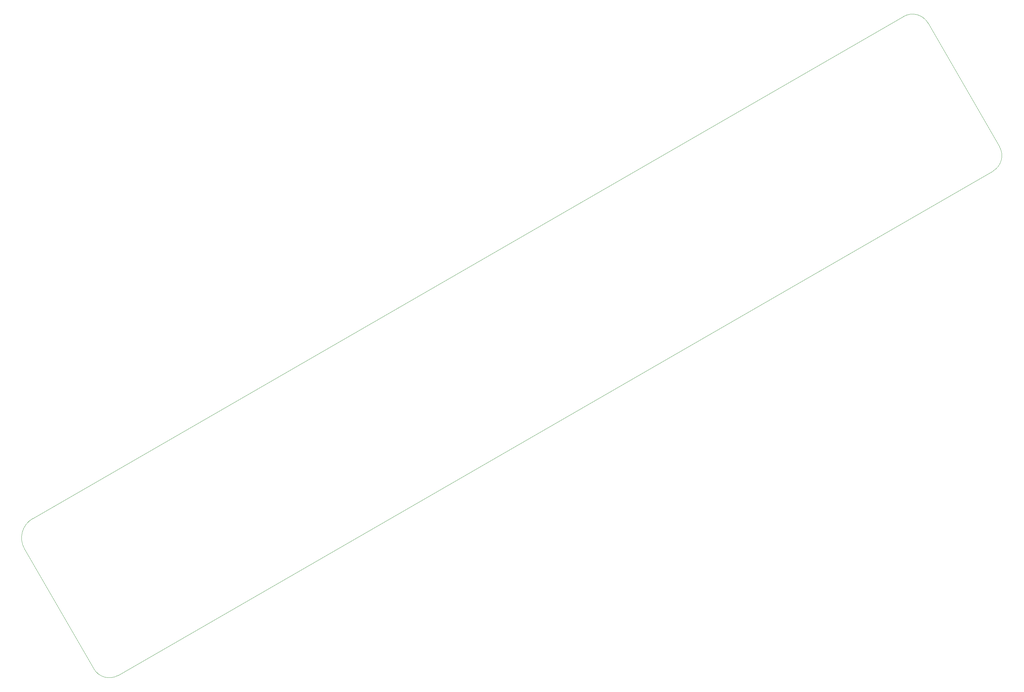
<source format=gm1>
G04 #@! TF.GenerationSoftware,KiCad,Pcbnew,7.0.2-0*
G04 #@! TF.CreationDate,2024-01-28T20:09:11-06:00*
G04 #@! TF.ProjectId,bus_bar,6275735f-6261-4722-9e6b-696361645f70,rev?*
G04 #@! TF.SameCoordinates,Original*
G04 #@! TF.FileFunction,Profile,NP*
%FSLAX46Y46*%
G04 Gerber Fmt 4.6, Leading zero omitted, Abs format (unit mm)*
G04 Created by KiCad (PCBNEW 7.0.2-0) date 2024-01-28 20:09:11*
%MOMM*%
%LPD*%
G01*
G04 APERTURE LIST*
G04 #@! TA.AperFunction,Profile*
%ADD10C,0.100000*%
G04 #@! TD*
G04 APERTURE END LIST*
D10*
X287827543Y-50617636D02*
X267507545Y-15422363D01*
X37401524Y-201067044D02*
X285968135Y-57557046D01*
X10777114Y-165112216D02*
X30462114Y-199207635D01*
X260568135Y-13562954D02*
X13101377Y-156437956D01*
X267507544Y-15422364D02*
G75*
G03*
X260568135Y-13562954I-4399410J-2540001D01*
G01*
X285968135Y-57557046D02*
G75*
G03*
X287827543Y-50617636I-2540001J4399409D01*
G01*
X30462115Y-199207634D02*
G75*
G03*
X37401524Y-201067044I4399409J2539998D01*
G01*
X13101376Y-156437955D02*
G75*
G03*
X10777115Y-165112216I3175000J-5499261D01*
G01*
M02*

</source>
